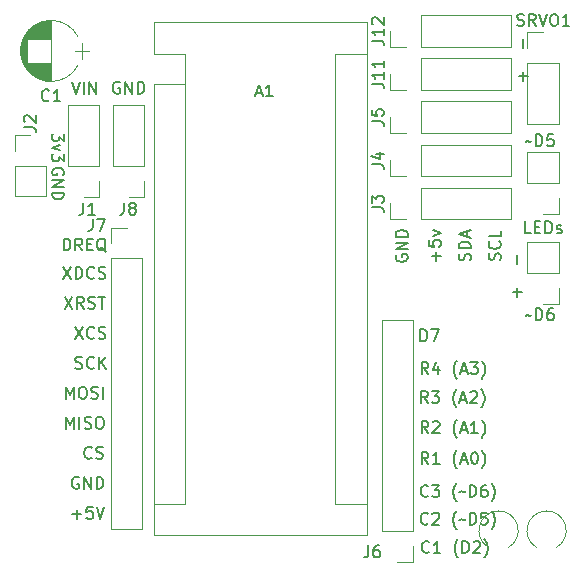
<source format=gbr>
%TF.GenerationSoftware,KiCad,Pcbnew,(5.0.1-3-g963ef8bb5)*%
%TF.CreationDate,2019-05-01T13:09:07-04:00*%
%TF.ProjectId,VHSBase,564853426173652E6B696361645F7063,rev?*%
%TF.SameCoordinates,Original*%
%TF.FileFunction,Legend,Top*%
%TF.FilePolarity,Positive*%
%FSLAX46Y46*%
G04 Gerber Fmt 4.6, Leading zero omitted, Abs format (unit mm)*
G04 Created by KiCad (PCBNEW (5.0.1-3-g963ef8bb5)) date Wednesday, May 01, 2019 at 01:09:07 pm*
%MOMM*%
%LPD*%
G01*
G04 APERTURE LIST*
%ADD10C,0.150000*%
%ADD11C,0.120000*%
G04 APERTURE END LIST*
D10*
X130851428Y-64721904D02*
X130851428Y-63960000D01*
X131232380Y-64340952D02*
X130470476Y-64340952D01*
X130851428Y-61960000D02*
X130851428Y-61198095D01*
X128898761Y-79898476D02*
X128946380Y-79755619D01*
X128946380Y-79517523D01*
X128898761Y-79422285D01*
X128851142Y-79374666D01*
X128755904Y-79327047D01*
X128660666Y-79327047D01*
X128565428Y-79374666D01*
X128517809Y-79422285D01*
X128470190Y-79517523D01*
X128422571Y-79708000D01*
X128374952Y-79803238D01*
X128327333Y-79850857D01*
X128232095Y-79898476D01*
X128136857Y-79898476D01*
X128041619Y-79850857D01*
X127994000Y-79803238D01*
X127946380Y-79708000D01*
X127946380Y-79469904D01*
X127994000Y-79327047D01*
X128851142Y-78327047D02*
X128898761Y-78374666D01*
X128946380Y-78517523D01*
X128946380Y-78612761D01*
X128898761Y-78755619D01*
X128803523Y-78850857D01*
X128708285Y-78898476D01*
X128517809Y-78946095D01*
X128374952Y-78946095D01*
X128184476Y-78898476D01*
X128089238Y-78850857D01*
X127994000Y-78755619D01*
X127946380Y-78612761D01*
X127946380Y-78517523D01*
X127994000Y-78374666D01*
X128041619Y-78327047D01*
X128946380Y-77422285D02*
X128946380Y-77898476D01*
X127946380Y-77898476D01*
X126358761Y-79922285D02*
X126406380Y-79779428D01*
X126406380Y-79541333D01*
X126358761Y-79446095D01*
X126311142Y-79398476D01*
X126215904Y-79350857D01*
X126120666Y-79350857D01*
X126025428Y-79398476D01*
X125977809Y-79446095D01*
X125930190Y-79541333D01*
X125882571Y-79731809D01*
X125834952Y-79827047D01*
X125787333Y-79874666D01*
X125692095Y-79922285D01*
X125596857Y-79922285D01*
X125501619Y-79874666D01*
X125454000Y-79827047D01*
X125406380Y-79731809D01*
X125406380Y-79493714D01*
X125454000Y-79350857D01*
X126406380Y-78922285D02*
X125406380Y-78922285D01*
X125406380Y-78684190D01*
X125454000Y-78541333D01*
X125549238Y-78446095D01*
X125644476Y-78398476D01*
X125834952Y-78350857D01*
X125977809Y-78350857D01*
X126168285Y-78398476D01*
X126263523Y-78446095D01*
X126358761Y-78541333D01*
X126406380Y-78684190D01*
X126406380Y-78922285D01*
X126120666Y-77969904D02*
X126120666Y-77493714D01*
X126406380Y-78065142D02*
X125406380Y-77731809D01*
X126406380Y-77398476D01*
X123485428Y-79946095D02*
X123485428Y-79184190D01*
X123866380Y-79565142D02*
X123104476Y-79565142D01*
X122866380Y-78231809D02*
X122866380Y-78708000D01*
X123342571Y-78755619D01*
X123294952Y-78708000D01*
X123247333Y-78612761D01*
X123247333Y-78374666D01*
X123294952Y-78279428D01*
X123342571Y-78231809D01*
X123437809Y-78184190D01*
X123675904Y-78184190D01*
X123771142Y-78231809D01*
X123818761Y-78279428D01*
X123866380Y-78374666D01*
X123866380Y-78612761D01*
X123818761Y-78708000D01*
X123771142Y-78755619D01*
X123199714Y-77850857D02*
X123866380Y-77612761D01*
X123199714Y-77374666D01*
X120120000Y-79469904D02*
X120072380Y-79565142D01*
X120072380Y-79708000D01*
X120120000Y-79850857D01*
X120215238Y-79946095D01*
X120310476Y-79993714D01*
X120500952Y-80041333D01*
X120643809Y-80041333D01*
X120834285Y-79993714D01*
X120929523Y-79946095D01*
X121024761Y-79850857D01*
X121072380Y-79708000D01*
X121072380Y-79612761D01*
X121024761Y-79469904D01*
X120977142Y-79422285D01*
X120643809Y-79422285D01*
X120643809Y-79612761D01*
X121072380Y-78993714D02*
X120072380Y-78993714D01*
X121072380Y-78422285D01*
X120072380Y-78422285D01*
X121072380Y-77946095D02*
X120072380Y-77946095D01*
X120072380Y-77708000D01*
X120120000Y-77565142D01*
X120215238Y-77469904D01*
X120310476Y-77422285D01*
X120500952Y-77374666D01*
X120643809Y-77374666D01*
X120834285Y-77422285D01*
X120929523Y-77469904D01*
X121024761Y-77565142D01*
X121072380Y-77708000D01*
X121072380Y-77946095D01*
X122167904Y-86780380D02*
X122167904Y-85780380D01*
X122406000Y-85780380D01*
X122548857Y-85828000D01*
X122644095Y-85923238D01*
X122691714Y-86018476D01*
X122739333Y-86208952D01*
X122739333Y-86351809D01*
X122691714Y-86542285D01*
X122644095Y-86637523D01*
X122548857Y-86732761D01*
X122406000Y-86780380D01*
X122167904Y-86780380D01*
X123072666Y-85780380D02*
X123739333Y-85780380D01*
X123310761Y-86780380D01*
X91922000Y-72670095D02*
X91969619Y-72574857D01*
X91969619Y-72432000D01*
X91922000Y-72289142D01*
X91826761Y-72193904D01*
X91731523Y-72146285D01*
X91541047Y-72098666D01*
X91398190Y-72098666D01*
X91207714Y-72146285D01*
X91112476Y-72193904D01*
X91017238Y-72289142D01*
X90969619Y-72432000D01*
X90969619Y-72527238D01*
X91017238Y-72670095D01*
X91064857Y-72717714D01*
X91398190Y-72717714D01*
X91398190Y-72527238D01*
X90969619Y-73146285D02*
X91969619Y-73146285D01*
X90969619Y-73717714D01*
X91969619Y-73717714D01*
X90969619Y-74193904D02*
X91969619Y-74193904D01*
X91969619Y-74432000D01*
X91922000Y-74574857D01*
X91826761Y-74670095D01*
X91731523Y-74717714D01*
X91541047Y-74765333D01*
X91398190Y-74765333D01*
X91207714Y-74717714D01*
X91112476Y-74670095D01*
X91017238Y-74574857D01*
X90969619Y-74432000D01*
X90969619Y-74193904D01*
X91969619Y-69193523D02*
X91969619Y-69812571D01*
X91588666Y-69479238D01*
X91588666Y-69622095D01*
X91541047Y-69717333D01*
X91493428Y-69764952D01*
X91398190Y-69812571D01*
X91160095Y-69812571D01*
X91064857Y-69764952D01*
X91017238Y-69717333D01*
X90969619Y-69622095D01*
X90969619Y-69336380D01*
X91017238Y-69241142D01*
X91064857Y-69193523D01*
X91636285Y-70145904D02*
X90969619Y-70384000D01*
X91636285Y-70622095D01*
X91969619Y-70907809D02*
X91969619Y-71526857D01*
X91588666Y-71193523D01*
X91588666Y-71336380D01*
X91541047Y-71431619D01*
X91493428Y-71479238D01*
X91398190Y-71526857D01*
X91160095Y-71526857D01*
X91064857Y-71479238D01*
X91017238Y-71431619D01*
X90969619Y-71336380D01*
X90969619Y-71050666D01*
X91017238Y-70955428D01*
X91064857Y-70907809D01*
X92694285Y-101417428D02*
X93456190Y-101417428D01*
X93075238Y-101798380D02*
X93075238Y-101036476D01*
X94408571Y-100798380D02*
X93932380Y-100798380D01*
X93884761Y-101274571D01*
X93932380Y-101226952D01*
X94027619Y-101179333D01*
X94265714Y-101179333D01*
X94360952Y-101226952D01*
X94408571Y-101274571D01*
X94456190Y-101369809D01*
X94456190Y-101607904D01*
X94408571Y-101703142D01*
X94360952Y-101750761D01*
X94265714Y-101798380D01*
X94027619Y-101798380D01*
X93932380Y-101750761D01*
X93884761Y-101703142D01*
X94741904Y-100798380D02*
X95075238Y-101798380D01*
X95408571Y-100798380D01*
X93218095Y-98306000D02*
X93122857Y-98258380D01*
X92980000Y-98258380D01*
X92837142Y-98306000D01*
X92741904Y-98401238D01*
X92694285Y-98496476D01*
X92646666Y-98686952D01*
X92646666Y-98829809D01*
X92694285Y-99020285D01*
X92741904Y-99115523D01*
X92837142Y-99210761D01*
X92980000Y-99258380D01*
X93075238Y-99258380D01*
X93218095Y-99210761D01*
X93265714Y-99163142D01*
X93265714Y-98829809D01*
X93075238Y-98829809D01*
X93694285Y-99258380D02*
X93694285Y-98258380D01*
X94265714Y-99258380D01*
X94265714Y-98258380D01*
X94741904Y-99258380D02*
X94741904Y-98258380D01*
X94980000Y-98258380D01*
X95122857Y-98306000D01*
X95218095Y-98401238D01*
X95265714Y-98496476D01*
X95313333Y-98686952D01*
X95313333Y-98829809D01*
X95265714Y-99020285D01*
X95218095Y-99115523D01*
X95122857Y-99210761D01*
X94980000Y-99258380D01*
X94741904Y-99258380D01*
X94321333Y-96623142D02*
X94273714Y-96670761D01*
X94130857Y-96718380D01*
X94035619Y-96718380D01*
X93892761Y-96670761D01*
X93797523Y-96575523D01*
X93749904Y-96480285D01*
X93702285Y-96289809D01*
X93702285Y-96146952D01*
X93749904Y-95956476D01*
X93797523Y-95861238D01*
X93892761Y-95766000D01*
X94035619Y-95718380D01*
X94130857Y-95718380D01*
X94273714Y-95766000D01*
X94321333Y-95813619D01*
X94702285Y-96670761D02*
X94845142Y-96718380D01*
X95083238Y-96718380D01*
X95178476Y-96670761D01*
X95226095Y-96623142D01*
X95273714Y-96527904D01*
X95273714Y-96432666D01*
X95226095Y-96337428D01*
X95178476Y-96289809D01*
X95083238Y-96242190D01*
X94892761Y-96194571D01*
X94797523Y-96146952D01*
X94749904Y-96099333D01*
X94702285Y-96004095D01*
X94702285Y-95908857D01*
X94749904Y-95813619D01*
X94797523Y-95766000D01*
X94892761Y-95718380D01*
X95130857Y-95718380D01*
X95273714Y-95766000D01*
X92154571Y-94178380D02*
X92154571Y-93178380D01*
X92487904Y-93892666D01*
X92821238Y-93178380D01*
X92821238Y-94178380D01*
X93297428Y-94178380D02*
X93297428Y-93178380D01*
X93726000Y-94130761D02*
X93868857Y-94178380D01*
X94106952Y-94178380D01*
X94202190Y-94130761D01*
X94249809Y-94083142D01*
X94297428Y-93987904D01*
X94297428Y-93892666D01*
X94249809Y-93797428D01*
X94202190Y-93749809D01*
X94106952Y-93702190D01*
X93916476Y-93654571D01*
X93821238Y-93606952D01*
X93773619Y-93559333D01*
X93726000Y-93464095D01*
X93726000Y-93368857D01*
X93773619Y-93273619D01*
X93821238Y-93226000D01*
X93916476Y-93178380D01*
X94154571Y-93178380D01*
X94297428Y-93226000D01*
X94916476Y-93178380D02*
X95106952Y-93178380D01*
X95202190Y-93226000D01*
X95297428Y-93321238D01*
X95345047Y-93511714D01*
X95345047Y-93845047D01*
X95297428Y-94035523D01*
X95202190Y-94130761D01*
X95106952Y-94178380D01*
X94916476Y-94178380D01*
X94821238Y-94130761D01*
X94726000Y-94035523D01*
X94678380Y-93845047D01*
X94678380Y-93511714D01*
X94726000Y-93321238D01*
X94821238Y-93226000D01*
X94916476Y-93178380D01*
X92154571Y-91638380D02*
X92154571Y-90638380D01*
X92487904Y-91352666D01*
X92821238Y-90638380D01*
X92821238Y-91638380D01*
X93487904Y-90638380D02*
X93678380Y-90638380D01*
X93773619Y-90686000D01*
X93868857Y-90781238D01*
X93916476Y-90971714D01*
X93916476Y-91305047D01*
X93868857Y-91495523D01*
X93773619Y-91590761D01*
X93678380Y-91638380D01*
X93487904Y-91638380D01*
X93392666Y-91590761D01*
X93297428Y-91495523D01*
X93249809Y-91305047D01*
X93249809Y-90971714D01*
X93297428Y-90781238D01*
X93392666Y-90686000D01*
X93487904Y-90638380D01*
X94297428Y-91590761D02*
X94440285Y-91638380D01*
X94678380Y-91638380D01*
X94773619Y-91590761D01*
X94821238Y-91543142D01*
X94868857Y-91447904D01*
X94868857Y-91352666D01*
X94821238Y-91257428D01*
X94773619Y-91209809D01*
X94678380Y-91162190D01*
X94487904Y-91114571D01*
X94392666Y-91066952D01*
X94345047Y-91019333D01*
X94297428Y-90924095D01*
X94297428Y-90828857D01*
X94345047Y-90733619D01*
X94392666Y-90686000D01*
X94487904Y-90638380D01*
X94726000Y-90638380D01*
X94868857Y-90686000D01*
X95297428Y-91638380D02*
X95297428Y-90638380D01*
X92948285Y-89050761D02*
X93091142Y-89098380D01*
X93329238Y-89098380D01*
X93424476Y-89050761D01*
X93472095Y-89003142D01*
X93519714Y-88907904D01*
X93519714Y-88812666D01*
X93472095Y-88717428D01*
X93424476Y-88669809D01*
X93329238Y-88622190D01*
X93138761Y-88574571D01*
X93043523Y-88526952D01*
X92995904Y-88479333D01*
X92948285Y-88384095D01*
X92948285Y-88288857D01*
X92995904Y-88193619D01*
X93043523Y-88146000D01*
X93138761Y-88098380D01*
X93376857Y-88098380D01*
X93519714Y-88146000D01*
X94519714Y-89003142D02*
X94472095Y-89050761D01*
X94329238Y-89098380D01*
X94234000Y-89098380D01*
X94091142Y-89050761D01*
X93995904Y-88955523D01*
X93948285Y-88860285D01*
X93900666Y-88669809D01*
X93900666Y-88526952D01*
X93948285Y-88336476D01*
X93995904Y-88241238D01*
X94091142Y-88146000D01*
X94234000Y-88098380D01*
X94329238Y-88098380D01*
X94472095Y-88146000D01*
X94519714Y-88193619D01*
X94948285Y-89098380D02*
X94948285Y-88098380D01*
X95519714Y-89098380D02*
X95091142Y-88526952D01*
X95519714Y-88098380D02*
X94948285Y-88669809D01*
X92924476Y-85558380D02*
X93591142Y-86558380D01*
X93591142Y-85558380D02*
X92924476Y-86558380D01*
X94543523Y-86463142D02*
X94495904Y-86510761D01*
X94353047Y-86558380D01*
X94257809Y-86558380D01*
X94114952Y-86510761D01*
X94019714Y-86415523D01*
X93972095Y-86320285D01*
X93924476Y-86129809D01*
X93924476Y-85986952D01*
X93972095Y-85796476D01*
X94019714Y-85701238D01*
X94114952Y-85606000D01*
X94257809Y-85558380D01*
X94353047Y-85558380D01*
X94495904Y-85606000D01*
X94543523Y-85653619D01*
X94924476Y-86510761D02*
X95067333Y-86558380D01*
X95305428Y-86558380D01*
X95400666Y-86510761D01*
X95448285Y-86463142D01*
X95495904Y-86367904D01*
X95495904Y-86272666D01*
X95448285Y-86177428D01*
X95400666Y-86129809D01*
X95305428Y-86082190D01*
X95114952Y-86034571D01*
X95019714Y-85986952D01*
X94972095Y-85939333D01*
X94924476Y-85844095D01*
X94924476Y-85748857D01*
X94972095Y-85653619D01*
X95019714Y-85606000D01*
X95114952Y-85558380D01*
X95353047Y-85558380D01*
X95495904Y-85606000D01*
X92035523Y-83018380D02*
X92702190Y-84018380D01*
X92702190Y-83018380D02*
X92035523Y-84018380D01*
X93654571Y-84018380D02*
X93321238Y-83542190D01*
X93083142Y-84018380D02*
X93083142Y-83018380D01*
X93464095Y-83018380D01*
X93559333Y-83066000D01*
X93606952Y-83113619D01*
X93654571Y-83208857D01*
X93654571Y-83351714D01*
X93606952Y-83446952D01*
X93559333Y-83494571D01*
X93464095Y-83542190D01*
X93083142Y-83542190D01*
X94035523Y-83970761D02*
X94178380Y-84018380D01*
X94416476Y-84018380D01*
X94511714Y-83970761D01*
X94559333Y-83923142D01*
X94606952Y-83827904D01*
X94606952Y-83732666D01*
X94559333Y-83637428D01*
X94511714Y-83589809D01*
X94416476Y-83542190D01*
X94226000Y-83494571D01*
X94130761Y-83446952D01*
X94083142Y-83399333D01*
X94035523Y-83304095D01*
X94035523Y-83208857D01*
X94083142Y-83113619D01*
X94130761Y-83066000D01*
X94226000Y-83018380D01*
X94464095Y-83018380D01*
X94606952Y-83066000D01*
X94892666Y-83018380D02*
X95464095Y-83018380D01*
X95178380Y-84018380D02*
X95178380Y-83018380D01*
X91916476Y-80478380D02*
X92583142Y-81478380D01*
X92583142Y-80478380D02*
X91916476Y-81478380D01*
X92964095Y-81478380D02*
X92964095Y-80478380D01*
X93202190Y-80478380D01*
X93345047Y-80526000D01*
X93440285Y-80621238D01*
X93487904Y-80716476D01*
X93535523Y-80906952D01*
X93535523Y-81049809D01*
X93487904Y-81240285D01*
X93440285Y-81335523D01*
X93345047Y-81430761D01*
X93202190Y-81478380D01*
X92964095Y-81478380D01*
X94535523Y-81383142D02*
X94487904Y-81430761D01*
X94345047Y-81478380D01*
X94249809Y-81478380D01*
X94106952Y-81430761D01*
X94011714Y-81335523D01*
X93964095Y-81240285D01*
X93916476Y-81049809D01*
X93916476Y-80906952D01*
X93964095Y-80716476D01*
X94011714Y-80621238D01*
X94106952Y-80526000D01*
X94249809Y-80478380D01*
X94345047Y-80478380D01*
X94487904Y-80526000D01*
X94535523Y-80573619D01*
X94916476Y-81430761D02*
X95059333Y-81478380D01*
X95297428Y-81478380D01*
X95392666Y-81430761D01*
X95440285Y-81383142D01*
X95487904Y-81287904D01*
X95487904Y-81192666D01*
X95440285Y-81097428D01*
X95392666Y-81049809D01*
X95297428Y-81002190D01*
X95106952Y-80954571D01*
X95011714Y-80906952D01*
X94964095Y-80859333D01*
X94916476Y-80764095D01*
X94916476Y-80668857D01*
X94964095Y-80573619D01*
X95011714Y-80526000D01*
X95106952Y-80478380D01*
X95345047Y-80478380D01*
X95487904Y-80526000D01*
X91957904Y-79084380D02*
X91957904Y-78084380D01*
X92196000Y-78084380D01*
X92338857Y-78132000D01*
X92434095Y-78227238D01*
X92481714Y-78322476D01*
X92529333Y-78512952D01*
X92529333Y-78655809D01*
X92481714Y-78846285D01*
X92434095Y-78941523D01*
X92338857Y-79036761D01*
X92196000Y-79084380D01*
X91957904Y-79084380D01*
X93529333Y-79084380D02*
X93196000Y-78608190D01*
X92957904Y-79084380D02*
X92957904Y-78084380D01*
X93338857Y-78084380D01*
X93434095Y-78132000D01*
X93481714Y-78179619D01*
X93529333Y-78274857D01*
X93529333Y-78417714D01*
X93481714Y-78512952D01*
X93434095Y-78560571D01*
X93338857Y-78608190D01*
X92957904Y-78608190D01*
X93957904Y-78560571D02*
X94291238Y-78560571D01*
X94434095Y-79084380D02*
X93957904Y-79084380D01*
X93957904Y-78084380D01*
X94434095Y-78084380D01*
X95529333Y-79179619D02*
X95434095Y-79132000D01*
X95338857Y-79036761D01*
X95196000Y-78893904D01*
X95100761Y-78846285D01*
X95005523Y-78846285D01*
X95053142Y-79084380D02*
X94957904Y-79036761D01*
X94862666Y-78941523D01*
X94815047Y-78751047D01*
X94815047Y-78417714D01*
X94862666Y-78227238D01*
X94957904Y-78132000D01*
X95053142Y-78084380D01*
X95243619Y-78084380D01*
X95338857Y-78132000D01*
X95434095Y-78227238D01*
X95481714Y-78417714D01*
X95481714Y-78751047D01*
X95434095Y-78941523D01*
X95338857Y-79036761D01*
X95243619Y-79084380D01*
X95053142Y-79084380D01*
X131065904Y-84621428D02*
X131113523Y-84573809D01*
X131208761Y-84526190D01*
X131399238Y-84621428D01*
X131494476Y-84573809D01*
X131542095Y-84526190D01*
X131923047Y-85002380D02*
X131923047Y-84002380D01*
X132161142Y-84002380D01*
X132304000Y-84050000D01*
X132399238Y-84145238D01*
X132446857Y-84240476D01*
X132494476Y-84430952D01*
X132494476Y-84573809D01*
X132446857Y-84764285D01*
X132399238Y-84859523D01*
X132304000Y-84954761D01*
X132161142Y-85002380D01*
X131923047Y-85002380D01*
X133351619Y-84002380D02*
X133161142Y-84002380D01*
X133065904Y-84050000D01*
X133018285Y-84097619D01*
X132923047Y-84240476D01*
X132875428Y-84430952D01*
X132875428Y-84811904D01*
X132923047Y-84907142D01*
X132970666Y-84954761D01*
X133065904Y-85002380D01*
X133256380Y-85002380D01*
X133351619Y-84954761D01*
X133399238Y-84907142D01*
X133446857Y-84811904D01*
X133446857Y-84573809D01*
X133399238Y-84478571D01*
X133351619Y-84430952D01*
X133256380Y-84383333D01*
X133065904Y-84383333D01*
X132970666Y-84430952D01*
X132923047Y-84478571D01*
X132875428Y-84573809D01*
X131065904Y-69889428D02*
X131113523Y-69841809D01*
X131208761Y-69794190D01*
X131399238Y-69889428D01*
X131494476Y-69841809D01*
X131542095Y-69794190D01*
X131923047Y-70270380D02*
X131923047Y-69270380D01*
X132161142Y-69270380D01*
X132304000Y-69318000D01*
X132399238Y-69413238D01*
X132446857Y-69508476D01*
X132494476Y-69698952D01*
X132494476Y-69841809D01*
X132446857Y-70032285D01*
X132399238Y-70127523D01*
X132304000Y-70222761D01*
X132161142Y-70270380D01*
X131923047Y-70270380D01*
X133399238Y-69270380D02*
X132923047Y-69270380D01*
X132875428Y-69746571D01*
X132923047Y-69698952D01*
X133018285Y-69651333D01*
X133256380Y-69651333D01*
X133351619Y-69698952D01*
X133399238Y-69746571D01*
X133446857Y-69841809D01*
X133446857Y-70079904D01*
X133399238Y-70175142D01*
X133351619Y-70222761D01*
X133256380Y-70270380D01*
X133018285Y-70270380D01*
X132923047Y-70222761D01*
X132875428Y-70175142D01*
X130343428Y-83009904D02*
X130343428Y-82248000D01*
X130724380Y-82628952D02*
X129962476Y-82628952D01*
X130343428Y-80248000D02*
X130343428Y-79486095D01*
X131510380Y-77636380D02*
X131034190Y-77636380D01*
X131034190Y-76636380D01*
X131843714Y-77112571D02*
X132177047Y-77112571D01*
X132319904Y-77636380D02*
X131843714Y-77636380D01*
X131843714Y-76636380D01*
X132319904Y-76636380D01*
X132748476Y-77636380D02*
X132748476Y-76636380D01*
X132986571Y-76636380D01*
X133129428Y-76684000D01*
X133224666Y-76779238D01*
X133272285Y-76874476D01*
X133319904Y-77064952D01*
X133319904Y-77207809D01*
X133272285Y-77398285D01*
X133224666Y-77493523D01*
X133129428Y-77588761D01*
X132986571Y-77636380D01*
X132748476Y-77636380D01*
X133700857Y-77588761D02*
X133796095Y-77636380D01*
X133986571Y-77636380D01*
X134081809Y-77588761D01*
X134129428Y-77493523D01*
X134129428Y-77445904D01*
X134081809Y-77350666D01*
X133986571Y-77303047D01*
X133843714Y-77303047D01*
X133748476Y-77255428D01*
X133700857Y-77160190D01*
X133700857Y-77112571D01*
X133748476Y-77017333D01*
X133843714Y-76969714D01*
X133986571Y-76969714D01*
X134081809Y-77017333D01*
X122830952Y-89552380D02*
X122497619Y-89076190D01*
X122259523Y-89552380D02*
X122259523Y-88552380D01*
X122640476Y-88552380D01*
X122735714Y-88600000D01*
X122783333Y-88647619D01*
X122830952Y-88742857D01*
X122830952Y-88885714D01*
X122783333Y-88980952D01*
X122735714Y-89028571D01*
X122640476Y-89076190D01*
X122259523Y-89076190D01*
X123688095Y-88885714D02*
X123688095Y-89552380D01*
X123450000Y-88504761D02*
X123211904Y-89219047D01*
X123830952Y-89219047D01*
X125259523Y-89933333D02*
X125211904Y-89885714D01*
X125116666Y-89742857D01*
X125069047Y-89647619D01*
X125021428Y-89504761D01*
X124973809Y-89266666D01*
X124973809Y-89076190D01*
X125021428Y-88838095D01*
X125069047Y-88695238D01*
X125116666Y-88600000D01*
X125211904Y-88457142D01*
X125259523Y-88409523D01*
X125592857Y-89266666D02*
X126069047Y-89266666D01*
X125497619Y-89552380D02*
X125830952Y-88552380D01*
X126164285Y-89552380D01*
X126402380Y-88552380D02*
X127021428Y-88552380D01*
X126688095Y-88933333D01*
X126830952Y-88933333D01*
X126926190Y-88980952D01*
X126973809Y-89028571D01*
X127021428Y-89123809D01*
X127021428Y-89361904D01*
X126973809Y-89457142D01*
X126926190Y-89504761D01*
X126830952Y-89552380D01*
X126545238Y-89552380D01*
X126450000Y-89504761D01*
X126402380Y-89457142D01*
X127354761Y-89933333D02*
X127402380Y-89885714D01*
X127497619Y-89742857D01*
X127545238Y-89647619D01*
X127592857Y-89504761D01*
X127640476Y-89266666D01*
X127640476Y-89076190D01*
X127592857Y-88838095D01*
X127545238Y-88695238D01*
X127497619Y-88600000D01*
X127402380Y-88457142D01*
X127354761Y-88409523D01*
X122780952Y-92002380D02*
X122447619Y-91526190D01*
X122209523Y-92002380D02*
X122209523Y-91002380D01*
X122590476Y-91002380D01*
X122685714Y-91050000D01*
X122733333Y-91097619D01*
X122780952Y-91192857D01*
X122780952Y-91335714D01*
X122733333Y-91430952D01*
X122685714Y-91478571D01*
X122590476Y-91526190D01*
X122209523Y-91526190D01*
X123114285Y-91002380D02*
X123733333Y-91002380D01*
X123400000Y-91383333D01*
X123542857Y-91383333D01*
X123638095Y-91430952D01*
X123685714Y-91478571D01*
X123733333Y-91573809D01*
X123733333Y-91811904D01*
X123685714Y-91907142D01*
X123638095Y-91954761D01*
X123542857Y-92002380D01*
X123257142Y-92002380D01*
X123161904Y-91954761D01*
X123114285Y-91907142D01*
X125209523Y-92383333D02*
X125161904Y-92335714D01*
X125066666Y-92192857D01*
X125019047Y-92097619D01*
X124971428Y-91954761D01*
X124923809Y-91716666D01*
X124923809Y-91526190D01*
X124971428Y-91288095D01*
X125019047Y-91145238D01*
X125066666Y-91050000D01*
X125161904Y-90907142D01*
X125209523Y-90859523D01*
X125542857Y-91716666D02*
X126019047Y-91716666D01*
X125447619Y-92002380D02*
X125780952Y-91002380D01*
X126114285Y-92002380D01*
X126400000Y-91097619D02*
X126447619Y-91050000D01*
X126542857Y-91002380D01*
X126780952Y-91002380D01*
X126876190Y-91050000D01*
X126923809Y-91097619D01*
X126971428Y-91192857D01*
X126971428Y-91288095D01*
X126923809Y-91430952D01*
X126352380Y-92002380D01*
X126971428Y-92002380D01*
X127304761Y-92383333D02*
X127352380Y-92335714D01*
X127447619Y-92192857D01*
X127495238Y-92097619D01*
X127542857Y-91954761D01*
X127590476Y-91716666D01*
X127590476Y-91526190D01*
X127542857Y-91288095D01*
X127495238Y-91145238D01*
X127447619Y-91050000D01*
X127352380Y-90907142D01*
X127304761Y-90859523D01*
X122830952Y-94552380D02*
X122497619Y-94076190D01*
X122259523Y-94552380D02*
X122259523Y-93552380D01*
X122640476Y-93552380D01*
X122735714Y-93600000D01*
X122783333Y-93647619D01*
X122830952Y-93742857D01*
X122830952Y-93885714D01*
X122783333Y-93980952D01*
X122735714Y-94028571D01*
X122640476Y-94076190D01*
X122259523Y-94076190D01*
X123211904Y-93647619D02*
X123259523Y-93600000D01*
X123354761Y-93552380D01*
X123592857Y-93552380D01*
X123688095Y-93600000D01*
X123735714Y-93647619D01*
X123783333Y-93742857D01*
X123783333Y-93838095D01*
X123735714Y-93980952D01*
X123164285Y-94552380D01*
X123783333Y-94552380D01*
X125259523Y-94933333D02*
X125211904Y-94885714D01*
X125116666Y-94742857D01*
X125069047Y-94647619D01*
X125021428Y-94504761D01*
X124973809Y-94266666D01*
X124973809Y-94076190D01*
X125021428Y-93838095D01*
X125069047Y-93695238D01*
X125116666Y-93600000D01*
X125211904Y-93457142D01*
X125259523Y-93409523D01*
X125592857Y-94266666D02*
X126069047Y-94266666D01*
X125497619Y-94552380D02*
X125830952Y-93552380D01*
X126164285Y-94552380D01*
X127021428Y-94552380D02*
X126450000Y-94552380D01*
X126735714Y-94552380D02*
X126735714Y-93552380D01*
X126640476Y-93695238D01*
X126545238Y-93790476D01*
X126450000Y-93838095D01*
X127354761Y-94933333D02*
X127402380Y-94885714D01*
X127497619Y-94742857D01*
X127545238Y-94647619D01*
X127592857Y-94504761D01*
X127640476Y-94266666D01*
X127640476Y-94076190D01*
X127592857Y-93838095D01*
X127545238Y-93695238D01*
X127497619Y-93600000D01*
X127402380Y-93457142D01*
X127354761Y-93409523D01*
X122830952Y-97152380D02*
X122497619Y-96676190D01*
X122259523Y-97152380D02*
X122259523Y-96152380D01*
X122640476Y-96152380D01*
X122735714Y-96200000D01*
X122783333Y-96247619D01*
X122830952Y-96342857D01*
X122830952Y-96485714D01*
X122783333Y-96580952D01*
X122735714Y-96628571D01*
X122640476Y-96676190D01*
X122259523Y-96676190D01*
X123783333Y-97152380D02*
X123211904Y-97152380D01*
X123497619Y-97152380D02*
X123497619Y-96152380D01*
X123402380Y-96295238D01*
X123307142Y-96390476D01*
X123211904Y-96438095D01*
X125259523Y-97533333D02*
X125211904Y-97485714D01*
X125116666Y-97342857D01*
X125069047Y-97247619D01*
X125021428Y-97104761D01*
X124973809Y-96866666D01*
X124973809Y-96676190D01*
X125021428Y-96438095D01*
X125069047Y-96295238D01*
X125116666Y-96200000D01*
X125211904Y-96057142D01*
X125259523Y-96009523D01*
X125592857Y-96866666D02*
X126069047Y-96866666D01*
X125497619Y-97152380D02*
X125830952Y-96152380D01*
X126164285Y-97152380D01*
X126688095Y-96152380D02*
X126783333Y-96152380D01*
X126878571Y-96200000D01*
X126926190Y-96247619D01*
X126973809Y-96342857D01*
X127021428Y-96533333D01*
X127021428Y-96771428D01*
X126973809Y-96961904D01*
X126926190Y-97057142D01*
X126878571Y-97104761D01*
X126783333Y-97152380D01*
X126688095Y-97152380D01*
X126592857Y-97104761D01*
X126545238Y-97057142D01*
X126497619Y-96961904D01*
X126450000Y-96771428D01*
X126450000Y-96533333D01*
X126497619Y-96342857D01*
X126545238Y-96247619D01*
X126592857Y-96200000D01*
X126688095Y-96152380D01*
X127354761Y-97533333D02*
X127402380Y-97485714D01*
X127497619Y-97342857D01*
X127545238Y-97247619D01*
X127592857Y-97104761D01*
X127640476Y-96866666D01*
X127640476Y-96676190D01*
X127592857Y-96438095D01*
X127545238Y-96295238D01*
X127497619Y-96200000D01*
X127402380Y-96057142D01*
X127354761Y-96009523D01*
X122802380Y-99857142D02*
X122754761Y-99904761D01*
X122611904Y-99952380D01*
X122516666Y-99952380D01*
X122373809Y-99904761D01*
X122278571Y-99809523D01*
X122230952Y-99714285D01*
X122183333Y-99523809D01*
X122183333Y-99380952D01*
X122230952Y-99190476D01*
X122278571Y-99095238D01*
X122373809Y-99000000D01*
X122516666Y-98952380D01*
X122611904Y-98952380D01*
X122754761Y-99000000D01*
X122802380Y-99047619D01*
X123135714Y-98952380D02*
X123754761Y-98952380D01*
X123421428Y-99333333D01*
X123564285Y-99333333D01*
X123659523Y-99380952D01*
X123707142Y-99428571D01*
X123754761Y-99523809D01*
X123754761Y-99761904D01*
X123707142Y-99857142D01*
X123659523Y-99904761D01*
X123564285Y-99952380D01*
X123278571Y-99952380D01*
X123183333Y-99904761D01*
X123135714Y-99857142D01*
X125230952Y-100333333D02*
X125183333Y-100285714D01*
X125088095Y-100142857D01*
X125040476Y-100047619D01*
X124992857Y-99904761D01*
X124945238Y-99666666D01*
X124945238Y-99476190D01*
X124992857Y-99238095D01*
X125040476Y-99095238D01*
X125088095Y-99000000D01*
X125183333Y-98857142D01*
X125230952Y-98809523D01*
X125469047Y-99571428D02*
X125516666Y-99523809D01*
X125611904Y-99476190D01*
X125802380Y-99571428D01*
X125897619Y-99523809D01*
X125945238Y-99476190D01*
X126326190Y-99952380D02*
X126326190Y-98952380D01*
X126564285Y-98952380D01*
X126707142Y-99000000D01*
X126802380Y-99095238D01*
X126850000Y-99190476D01*
X126897619Y-99380952D01*
X126897619Y-99523809D01*
X126850000Y-99714285D01*
X126802380Y-99809523D01*
X126707142Y-99904761D01*
X126564285Y-99952380D01*
X126326190Y-99952380D01*
X127754761Y-98952380D02*
X127564285Y-98952380D01*
X127469047Y-99000000D01*
X127421428Y-99047619D01*
X127326190Y-99190476D01*
X127278571Y-99380952D01*
X127278571Y-99761904D01*
X127326190Y-99857142D01*
X127373809Y-99904761D01*
X127469047Y-99952380D01*
X127659523Y-99952380D01*
X127754761Y-99904761D01*
X127802380Y-99857142D01*
X127850000Y-99761904D01*
X127850000Y-99523809D01*
X127802380Y-99428571D01*
X127754761Y-99380952D01*
X127659523Y-99333333D01*
X127469047Y-99333333D01*
X127373809Y-99380952D01*
X127326190Y-99428571D01*
X127278571Y-99523809D01*
X128183333Y-100333333D02*
X128230952Y-100285714D01*
X128326190Y-100142857D01*
X128373809Y-100047619D01*
X128421428Y-99904761D01*
X128469047Y-99666666D01*
X128469047Y-99476190D01*
X128421428Y-99238095D01*
X128373809Y-99095238D01*
X128326190Y-99000000D01*
X128230952Y-98857142D01*
X128183333Y-98809523D01*
X122802380Y-102207142D02*
X122754761Y-102254761D01*
X122611904Y-102302380D01*
X122516666Y-102302380D01*
X122373809Y-102254761D01*
X122278571Y-102159523D01*
X122230952Y-102064285D01*
X122183333Y-101873809D01*
X122183333Y-101730952D01*
X122230952Y-101540476D01*
X122278571Y-101445238D01*
X122373809Y-101350000D01*
X122516666Y-101302380D01*
X122611904Y-101302380D01*
X122754761Y-101350000D01*
X122802380Y-101397619D01*
X123183333Y-101397619D02*
X123230952Y-101350000D01*
X123326190Y-101302380D01*
X123564285Y-101302380D01*
X123659523Y-101350000D01*
X123707142Y-101397619D01*
X123754761Y-101492857D01*
X123754761Y-101588095D01*
X123707142Y-101730952D01*
X123135714Y-102302380D01*
X123754761Y-102302380D01*
X125230952Y-102683333D02*
X125183333Y-102635714D01*
X125088095Y-102492857D01*
X125040476Y-102397619D01*
X124992857Y-102254761D01*
X124945238Y-102016666D01*
X124945238Y-101826190D01*
X124992857Y-101588095D01*
X125040476Y-101445238D01*
X125088095Y-101350000D01*
X125183333Y-101207142D01*
X125230952Y-101159523D01*
X125469047Y-101921428D02*
X125516666Y-101873809D01*
X125611904Y-101826190D01*
X125802380Y-101921428D01*
X125897619Y-101873809D01*
X125945238Y-101826190D01*
X126326190Y-102302380D02*
X126326190Y-101302380D01*
X126564285Y-101302380D01*
X126707142Y-101350000D01*
X126802380Y-101445238D01*
X126850000Y-101540476D01*
X126897619Y-101730952D01*
X126897619Y-101873809D01*
X126850000Y-102064285D01*
X126802380Y-102159523D01*
X126707142Y-102254761D01*
X126564285Y-102302380D01*
X126326190Y-102302380D01*
X127802380Y-101302380D02*
X127326190Y-101302380D01*
X127278571Y-101778571D01*
X127326190Y-101730952D01*
X127421428Y-101683333D01*
X127659523Y-101683333D01*
X127754761Y-101730952D01*
X127802380Y-101778571D01*
X127850000Y-101873809D01*
X127850000Y-102111904D01*
X127802380Y-102207142D01*
X127754761Y-102254761D01*
X127659523Y-102302380D01*
X127421428Y-102302380D01*
X127326190Y-102254761D01*
X127278571Y-102207142D01*
X128183333Y-102683333D02*
X128230952Y-102635714D01*
X128326190Y-102492857D01*
X128373809Y-102397619D01*
X128421428Y-102254761D01*
X128469047Y-102016666D01*
X128469047Y-101826190D01*
X128421428Y-101588095D01*
X128373809Y-101445238D01*
X128326190Y-101350000D01*
X128230952Y-101207142D01*
X128183333Y-101159523D01*
X122909523Y-104607142D02*
X122861904Y-104654761D01*
X122719047Y-104702380D01*
X122623809Y-104702380D01*
X122480952Y-104654761D01*
X122385714Y-104559523D01*
X122338095Y-104464285D01*
X122290476Y-104273809D01*
X122290476Y-104130952D01*
X122338095Y-103940476D01*
X122385714Y-103845238D01*
X122480952Y-103750000D01*
X122623809Y-103702380D01*
X122719047Y-103702380D01*
X122861904Y-103750000D01*
X122909523Y-103797619D01*
X123861904Y-104702380D02*
X123290476Y-104702380D01*
X123576190Y-104702380D02*
X123576190Y-103702380D01*
X123480952Y-103845238D01*
X123385714Y-103940476D01*
X123290476Y-103988095D01*
X125338095Y-105083333D02*
X125290476Y-105035714D01*
X125195238Y-104892857D01*
X125147619Y-104797619D01*
X125100000Y-104654761D01*
X125052380Y-104416666D01*
X125052380Y-104226190D01*
X125100000Y-103988095D01*
X125147619Y-103845238D01*
X125195238Y-103750000D01*
X125290476Y-103607142D01*
X125338095Y-103559523D01*
X125719047Y-104702380D02*
X125719047Y-103702380D01*
X125957142Y-103702380D01*
X126100000Y-103750000D01*
X126195238Y-103845238D01*
X126242857Y-103940476D01*
X126290476Y-104130952D01*
X126290476Y-104273809D01*
X126242857Y-104464285D01*
X126195238Y-104559523D01*
X126100000Y-104654761D01*
X125957142Y-104702380D01*
X125719047Y-104702380D01*
X126671428Y-103797619D02*
X126719047Y-103750000D01*
X126814285Y-103702380D01*
X127052380Y-103702380D01*
X127147619Y-103750000D01*
X127195238Y-103797619D01*
X127242857Y-103892857D01*
X127242857Y-103988095D01*
X127195238Y-104130952D01*
X126623809Y-104702380D01*
X127242857Y-104702380D01*
X127576190Y-105083333D02*
X127623809Y-105035714D01*
X127719047Y-104892857D01*
X127766666Y-104797619D01*
X127814285Y-104654761D01*
X127861904Y-104416666D01*
X127861904Y-104226190D01*
X127814285Y-103988095D01*
X127766666Y-103845238D01*
X127719047Y-103750000D01*
X127623809Y-103607142D01*
X127576190Y-103559523D01*
X96688095Y-64850000D02*
X96592857Y-64802380D01*
X96450000Y-64802380D01*
X96307142Y-64850000D01*
X96211904Y-64945238D01*
X96164285Y-65040476D01*
X96116666Y-65230952D01*
X96116666Y-65373809D01*
X96164285Y-65564285D01*
X96211904Y-65659523D01*
X96307142Y-65754761D01*
X96450000Y-65802380D01*
X96545238Y-65802380D01*
X96688095Y-65754761D01*
X96735714Y-65707142D01*
X96735714Y-65373809D01*
X96545238Y-65373809D01*
X97164285Y-65802380D02*
X97164285Y-64802380D01*
X97735714Y-65802380D01*
X97735714Y-64802380D01*
X98211904Y-65802380D02*
X98211904Y-64802380D01*
X98450000Y-64802380D01*
X98592857Y-64850000D01*
X98688095Y-64945238D01*
X98735714Y-65040476D01*
X98783333Y-65230952D01*
X98783333Y-65373809D01*
X98735714Y-65564285D01*
X98688095Y-65659523D01*
X98592857Y-65754761D01*
X98450000Y-65802380D01*
X98211904Y-65802380D01*
X92654761Y-64852380D02*
X92988095Y-65852380D01*
X93321428Y-64852380D01*
X93654761Y-65852380D02*
X93654761Y-64852380D01*
X94130952Y-65852380D02*
X94130952Y-64852380D01*
X94702380Y-65852380D01*
X94702380Y-64852380D01*
D11*
X117615000Y-59755000D02*
X99575000Y-59755000D01*
X117615000Y-103195000D02*
X117615000Y-59755000D01*
X99575000Y-103195000D02*
X117615000Y-103195000D01*
X102245000Y-100525000D02*
X99575000Y-100525000D01*
X102245000Y-64965000D02*
X102245000Y-100525000D01*
X102245000Y-64965000D02*
X99575000Y-64965000D01*
X114945000Y-100525000D02*
X117615000Y-100525000D01*
X114945000Y-62425000D02*
X114945000Y-100525000D01*
X114945000Y-62425000D02*
X117615000Y-62425000D01*
X99575000Y-59755000D02*
X99575000Y-62425000D01*
X99575000Y-64965000D02*
X99575000Y-103195000D01*
X102245000Y-62425000D02*
X99575000Y-62425000D01*
X102245000Y-64965000D02*
X102245000Y-62425000D01*
X95952000Y-77156000D02*
X97282000Y-77156000D01*
X95952000Y-78486000D02*
X95952000Y-77156000D01*
X95952000Y-79756000D02*
X98612000Y-79756000D01*
X98612000Y-79756000D02*
X98612000Y-102676000D01*
X95952000Y-79756000D02*
X95952000Y-102676000D01*
X95952000Y-102676000D02*
X98612000Y-102676000D01*
X94976000Y-74526000D02*
X93646000Y-74526000D01*
X94976000Y-73196000D02*
X94976000Y-74526000D01*
X94976000Y-71926000D02*
X92316000Y-71926000D01*
X92316000Y-71926000D02*
X92316000Y-66786000D01*
X94976000Y-71926000D02*
X94976000Y-66786000D01*
X94976000Y-66786000D02*
X92316000Y-66786000D01*
X98786000Y-74526000D02*
X97456000Y-74526000D01*
X98786000Y-73196000D02*
X98786000Y-74526000D01*
X98786000Y-71926000D02*
X96126000Y-71926000D01*
X96126000Y-71926000D02*
X96126000Y-66786000D01*
X98786000Y-71926000D02*
X98786000Y-66786000D01*
X98786000Y-66786000D02*
X96126000Y-66786000D01*
X133888000Y-75974000D02*
X132558000Y-75974000D01*
X133888000Y-74644000D02*
X133888000Y-75974000D01*
X133888000Y-73374000D02*
X131228000Y-73374000D01*
X131228000Y-73374000D02*
X131228000Y-70774000D01*
X133888000Y-73374000D02*
X133888000Y-70774000D01*
X133888000Y-70774000D02*
X131228000Y-70774000D01*
X133888000Y-78394000D02*
X131228000Y-78394000D01*
X133888000Y-80994000D02*
X133888000Y-78394000D01*
X131228000Y-80994000D02*
X131228000Y-78394000D01*
X133888000Y-80994000D02*
X131228000Y-80994000D01*
X133888000Y-82264000D02*
X133888000Y-83594000D01*
X133888000Y-83594000D02*
X132558000Y-83594000D01*
X132044578Y-104262828D02*
G75*
G02X133644000Y-104262510I799422J1454828D01*
G01*
X127980578Y-104262828D02*
G75*
G02X129580000Y-104262510I799422J1454828D01*
G01*
X87806000Y-69308000D02*
X89136000Y-69308000D01*
X87806000Y-70638000D02*
X87806000Y-69308000D01*
X87806000Y-71908000D02*
X90466000Y-71908000D01*
X90466000Y-71908000D02*
X90466000Y-74508000D01*
X87806000Y-71908000D02*
X87806000Y-74508000D01*
X87806000Y-74508000D02*
X90466000Y-74508000D01*
X93486000Y-62848000D02*
X93486000Y-61548000D01*
X94086000Y-62198000D02*
X92886000Y-62198000D01*
X88325000Y-62552000D02*
X88325000Y-61844000D01*
X88365000Y-62757000D02*
X88365000Y-61639000D01*
X88405000Y-62905000D02*
X88405000Y-61491000D01*
X88445000Y-63027000D02*
X88445000Y-61369000D01*
X88485000Y-63132000D02*
X88485000Y-61264000D01*
X88525000Y-63226000D02*
X88525000Y-61170000D01*
X88565000Y-63310000D02*
X88565000Y-61086000D01*
X88605000Y-63387000D02*
X88605000Y-61009000D01*
X88645000Y-63459000D02*
X88645000Y-60937000D01*
X88685000Y-63525000D02*
X88685000Y-60871000D01*
X88725000Y-63588000D02*
X88725000Y-60808000D01*
X88765000Y-63646000D02*
X88765000Y-60750000D01*
X88805000Y-63702000D02*
X88805000Y-60694000D01*
X88845000Y-63754000D02*
X88845000Y-60642000D01*
X88885000Y-63804000D02*
X88885000Y-60592000D01*
X88925000Y-61218000D02*
X88925000Y-60544000D01*
X88925000Y-63852000D02*
X88925000Y-63178000D01*
X88965000Y-61218000D02*
X88965000Y-60499000D01*
X88965000Y-63897000D02*
X88965000Y-63178000D01*
X89005000Y-61218000D02*
X89005000Y-60456000D01*
X89005000Y-63940000D02*
X89005000Y-63178000D01*
X89045000Y-61218000D02*
X89045000Y-60415000D01*
X89045000Y-63981000D02*
X89045000Y-63178000D01*
X89085000Y-61218000D02*
X89085000Y-60375000D01*
X89085000Y-64021000D02*
X89085000Y-63178000D01*
X89125000Y-61218000D02*
X89125000Y-60337000D01*
X89125000Y-64059000D02*
X89125000Y-63178000D01*
X89165000Y-61218000D02*
X89165000Y-60301000D01*
X89165000Y-64095000D02*
X89165000Y-63178000D01*
X89205000Y-61218000D02*
X89205000Y-60266000D01*
X89205000Y-64130000D02*
X89205000Y-63178000D01*
X89245000Y-61218000D02*
X89245000Y-60233000D01*
X89245000Y-64163000D02*
X89245000Y-63178000D01*
X89285000Y-61218000D02*
X89285000Y-60201000D01*
X89285000Y-64195000D02*
X89285000Y-63178000D01*
X89325000Y-61218000D02*
X89325000Y-60170000D01*
X89325000Y-64226000D02*
X89325000Y-63178000D01*
X89365000Y-61218000D02*
X89365000Y-60140000D01*
X89365000Y-64256000D02*
X89365000Y-63178000D01*
X89405000Y-61218000D02*
X89405000Y-60112000D01*
X89405000Y-64284000D02*
X89405000Y-63178000D01*
X89445000Y-61218000D02*
X89445000Y-60085000D01*
X89445000Y-64311000D02*
X89445000Y-63178000D01*
X89485000Y-61218000D02*
X89485000Y-60058000D01*
X89485000Y-64338000D02*
X89485000Y-63178000D01*
X89525000Y-61218000D02*
X89525000Y-60033000D01*
X89525000Y-64363000D02*
X89525000Y-63178000D01*
X89565000Y-61218000D02*
X89565000Y-60009000D01*
X89565000Y-64387000D02*
X89565000Y-63178000D01*
X89605000Y-61218000D02*
X89605000Y-59986000D01*
X89605000Y-64410000D02*
X89605000Y-63178000D01*
X89645000Y-61218000D02*
X89645000Y-59964000D01*
X89645000Y-64432000D02*
X89645000Y-63178000D01*
X89685000Y-61218000D02*
X89685000Y-59942000D01*
X89685000Y-64454000D02*
X89685000Y-63178000D01*
X89725000Y-61218000D02*
X89725000Y-59922000D01*
X89725000Y-64474000D02*
X89725000Y-63178000D01*
X89765000Y-61218000D02*
X89765000Y-59902000D01*
X89765000Y-64494000D02*
X89765000Y-63178000D01*
X89805000Y-61218000D02*
X89805000Y-59883000D01*
X89805000Y-64513000D02*
X89805000Y-63178000D01*
X89845000Y-61218000D02*
X89845000Y-59865000D01*
X89845000Y-64531000D02*
X89845000Y-63178000D01*
X89885000Y-61218000D02*
X89885000Y-59848000D01*
X89885000Y-64548000D02*
X89885000Y-63178000D01*
X89925000Y-61218000D02*
X89925000Y-59832000D01*
X89925000Y-64564000D02*
X89925000Y-63178000D01*
X89965000Y-61218000D02*
X89965000Y-59816000D01*
X89965000Y-64580000D02*
X89965000Y-63178000D01*
X90005000Y-61218000D02*
X90005000Y-59802000D01*
X90005000Y-64594000D02*
X90005000Y-63178000D01*
X90045000Y-61218000D02*
X90045000Y-59788000D01*
X90045000Y-64608000D02*
X90045000Y-63178000D01*
X90085000Y-61218000D02*
X90085000Y-59774000D01*
X90085000Y-64622000D02*
X90085000Y-63178000D01*
X90125000Y-61218000D02*
X90125000Y-59762000D01*
X90125000Y-64634000D02*
X90125000Y-63178000D01*
X90165000Y-61218000D02*
X90165000Y-59750000D01*
X90165000Y-64646000D02*
X90165000Y-63178000D01*
X90206000Y-61218000D02*
X90206000Y-59738000D01*
X90206000Y-64658000D02*
X90206000Y-63178000D01*
X90246000Y-61218000D02*
X90246000Y-59728000D01*
X90246000Y-64668000D02*
X90246000Y-63178000D01*
X90286000Y-61218000D02*
X90286000Y-59718000D01*
X90286000Y-64678000D02*
X90286000Y-63178000D01*
X90326000Y-61218000D02*
X90326000Y-59709000D01*
X90326000Y-64687000D02*
X90326000Y-63178000D01*
X90366000Y-61218000D02*
X90366000Y-59700000D01*
X90366000Y-64696000D02*
X90366000Y-63178000D01*
X90406000Y-61218000D02*
X90406000Y-59692000D01*
X90406000Y-64704000D02*
X90406000Y-63178000D01*
X90446000Y-61218000D02*
X90446000Y-59685000D01*
X90446000Y-64711000D02*
X90446000Y-63178000D01*
X90486000Y-61218000D02*
X90486000Y-59679000D01*
X90486000Y-64717000D02*
X90486000Y-63178000D01*
X90526000Y-61218000D02*
X90526000Y-59673000D01*
X90526000Y-64723000D02*
X90526000Y-63178000D01*
X90566000Y-61218000D02*
X90566000Y-59667000D01*
X90566000Y-64729000D02*
X90566000Y-63178000D01*
X90606000Y-61218000D02*
X90606000Y-59663000D01*
X90606000Y-64733000D02*
X90606000Y-63178000D01*
X90646000Y-61218000D02*
X90646000Y-59659000D01*
X90646000Y-64737000D02*
X90646000Y-63178000D01*
X90686000Y-61218000D02*
X90686000Y-59655000D01*
X90686000Y-64741000D02*
X90686000Y-63178000D01*
X90726000Y-61218000D02*
X90726000Y-59652000D01*
X90726000Y-64744000D02*
X90726000Y-63178000D01*
X90766000Y-61218000D02*
X90766000Y-59650000D01*
X90766000Y-64746000D02*
X90766000Y-63178000D01*
X90806000Y-61218000D02*
X90806000Y-59649000D01*
X90806000Y-64747000D02*
X90806000Y-63178000D01*
X90846000Y-61218000D02*
X90846000Y-59648000D01*
X90846000Y-64748000D02*
X90846000Y-63178000D01*
X90886000Y-64748000D02*
X90886000Y-59648000D01*
X88580278Y-61018277D02*
G75*
G03X88580420Y-63378000I2305722J-1179723D01*
G01*
X88580278Y-61018277D02*
G75*
G02X93191580Y-61018000I2305722J-1179723D01*
G01*
X88580278Y-63377723D02*
G75*
G03X93191580Y-63378000I2305722J1179723D01*
G01*
X119591000Y-76435000D02*
X119591000Y-75105000D01*
X120921000Y-76435000D02*
X119591000Y-76435000D01*
X122191000Y-76435000D02*
X122191000Y-73775000D01*
X122191000Y-73775000D02*
X129871000Y-73775000D01*
X122191000Y-76435000D02*
X129871000Y-76435000D01*
X129871000Y-76435000D02*
X129871000Y-73775000D01*
X119591000Y-72785000D02*
X119591000Y-71455000D01*
X120921000Y-72785000D02*
X119591000Y-72785000D01*
X122191000Y-72785000D02*
X122191000Y-70125000D01*
X122191000Y-70125000D02*
X129871000Y-70125000D01*
X122191000Y-72785000D02*
X129871000Y-72785000D01*
X129871000Y-72785000D02*
X129871000Y-70125000D01*
X129871000Y-69135000D02*
X129871000Y-66475000D01*
X122191000Y-69135000D02*
X129871000Y-69135000D01*
X122191000Y-66475000D02*
X129871000Y-66475000D01*
X122191000Y-69135000D02*
X122191000Y-66475000D01*
X120921000Y-69135000D02*
X119591000Y-69135000D01*
X119591000Y-69135000D02*
X119591000Y-67805000D01*
X121530000Y-105430000D02*
X120200000Y-105430000D01*
X121530000Y-104100000D02*
X121530000Y-105430000D01*
X121530000Y-102830000D02*
X118870000Y-102830000D01*
X118870000Y-102830000D02*
X118870000Y-84990000D01*
X121530000Y-102830000D02*
X121530000Y-84990000D01*
X121530000Y-84990000D02*
X118870000Y-84990000D01*
X119591000Y-65485000D02*
X119591000Y-64155000D01*
X120921000Y-65485000D02*
X119591000Y-65485000D01*
X122191000Y-65485000D02*
X122191000Y-62825000D01*
X122191000Y-62825000D02*
X129871000Y-62825000D01*
X122191000Y-65485000D02*
X129871000Y-65485000D01*
X129871000Y-65485000D02*
X129871000Y-62825000D01*
X129871000Y-61835000D02*
X129871000Y-59175000D01*
X122191000Y-61835000D02*
X129871000Y-61835000D01*
X122191000Y-59175000D02*
X129871000Y-59175000D01*
X122191000Y-61835000D02*
X122191000Y-59175000D01*
X120921000Y-61835000D02*
X119591000Y-61835000D01*
X119591000Y-61835000D02*
X119591000Y-60505000D01*
X131228000Y-60614000D02*
X132558000Y-60614000D01*
X131228000Y-61944000D02*
X131228000Y-60614000D01*
X131228000Y-63214000D02*
X133888000Y-63214000D01*
X133888000Y-63214000D02*
X133888000Y-68354000D01*
X131228000Y-63214000D02*
X131228000Y-68354000D01*
X131228000Y-68354000D02*
X133888000Y-68354000D01*
D10*
X108235713Y-65766665D02*
X108711903Y-65766665D01*
X108140475Y-66052379D02*
X108473808Y-65052379D01*
X108807141Y-66052379D01*
X109664284Y-66052379D02*
X109092856Y-66052379D01*
X109378570Y-66052379D02*
X109378570Y-65052379D01*
X109283332Y-65195237D01*
X109188094Y-65290475D01*
X109092856Y-65338094D01*
X94408666Y-76414380D02*
X94408666Y-77128666D01*
X94361047Y-77271523D01*
X94265809Y-77366761D01*
X94122952Y-77414380D01*
X94027714Y-77414380D01*
X94789619Y-76414380D02*
X95456285Y-76414380D01*
X95027714Y-77414380D01*
X93616666Y-75052380D02*
X93616666Y-75766666D01*
X93569047Y-75909523D01*
X93473809Y-76004761D01*
X93330952Y-76052380D01*
X93235714Y-76052380D01*
X94616666Y-76052380D02*
X94045238Y-76052380D01*
X94330952Y-76052380D02*
X94330952Y-75052380D01*
X94235714Y-75195238D01*
X94140476Y-75290476D01*
X94045238Y-75338095D01*
X97066666Y-75052380D02*
X97066666Y-75766666D01*
X97019047Y-75909523D01*
X96923809Y-76004761D01*
X96780952Y-76052380D01*
X96685714Y-76052380D01*
X97685714Y-75480952D02*
X97590476Y-75433333D01*
X97542857Y-75385714D01*
X97495238Y-75290476D01*
X97495238Y-75242857D01*
X97542857Y-75147619D01*
X97590476Y-75100000D01*
X97685714Y-75052380D01*
X97876190Y-75052380D01*
X97971428Y-75100000D01*
X98019047Y-75147619D01*
X98066666Y-75242857D01*
X98066666Y-75290476D01*
X98019047Y-75385714D01*
X97971428Y-75433333D01*
X97876190Y-75480952D01*
X97685714Y-75480952D01*
X97590476Y-75528571D01*
X97542857Y-75576190D01*
X97495238Y-75671428D01*
X97495238Y-75861904D01*
X97542857Y-75957142D01*
X97590476Y-76004761D01*
X97685714Y-76052380D01*
X97876190Y-76052380D01*
X97971428Y-76004761D01*
X98019047Y-75957142D01*
X98066666Y-75861904D01*
X98066666Y-75671428D01*
X98019047Y-75576190D01*
X97971428Y-75528571D01*
X97876190Y-75480952D01*
X88588380Y-68641333D02*
X89302666Y-68641333D01*
X89445523Y-68688952D01*
X89540761Y-68784190D01*
X89588380Y-68927047D01*
X89588380Y-69022285D01*
X88683619Y-68212761D02*
X88636000Y-68165142D01*
X88588380Y-68069904D01*
X88588380Y-67831809D01*
X88636000Y-67736571D01*
X88683619Y-67688952D01*
X88778857Y-67641333D01*
X88874095Y-67641333D01*
X89016952Y-67688952D01*
X89588380Y-68260380D01*
X89588380Y-67641333D01*
X90719333Y-66365142D02*
X90671714Y-66412761D01*
X90528857Y-66460380D01*
X90433619Y-66460380D01*
X90290761Y-66412761D01*
X90195523Y-66317523D01*
X90147904Y-66222285D01*
X90100285Y-66031809D01*
X90100285Y-65888952D01*
X90147904Y-65698476D01*
X90195523Y-65603238D01*
X90290761Y-65508000D01*
X90433619Y-65460380D01*
X90528857Y-65460380D01*
X90671714Y-65508000D01*
X90719333Y-65555619D01*
X91671714Y-66460380D02*
X91100285Y-66460380D01*
X91386000Y-66460380D02*
X91386000Y-65460380D01*
X91290761Y-65603238D01*
X91195523Y-65698476D01*
X91100285Y-65746095D01*
X118043380Y-75438333D02*
X118757666Y-75438333D01*
X118900523Y-75485952D01*
X118995761Y-75581190D01*
X119043380Y-75724047D01*
X119043380Y-75819285D01*
X118043380Y-75057380D02*
X118043380Y-74438333D01*
X118424333Y-74771666D01*
X118424333Y-74628809D01*
X118471952Y-74533571D01*
X118519571Y-74485952D01*
X118614809Y-74438333D01*
X118852904Y-74438333D01*
X118948142Y-74485952D01*
X118995761Y-74533571D01*
X119043380Y-74628809D01*
X119043380Y-74914523D01*
X118995761Y-75009761D01*
X118948142Y-75057380D01*
X118043380Y-71788333D02*
X118757666Y-71788333D01*
X118900523Y-71835952D01*
X118995761Y-71931190D01*
X119043380Y-72074047D01*
X119043380Y-72169285D01*
X118376714Y-70883571D02*
X119043380Y-70883571D01*
X117995761Y-71121666D02*
X118710047Y-71359761D01*
X118710047Y-70740714D01*
X118043380Y-68138333D02*
X118757666Y-68138333D01*
X118900523Y-68185952D01*
X118995761Y-68281190D01*
X119043380Y-68424047D01*
X119043380Y-68519285D01*
X118043380Y-67185952D02*
X118043380Y-67662142D01*
X118519571Y-67709761D01*
X118471952Y-67662142D01*
X118424333Y-67566904D01*
X118424333Y-67328809D01*
X118471952Y-67233571D01*
X118519571Y-67185952D01*
X118614809Y-67138333D01*
X118852904Y-67138333D01*
X118948142Y-67185952D01*
X118995761Y-67233571D01*
X119043380Y-67328809D01*
X119043380Y-67566904D01*
X118995761Y-67662142D01*
X118948142Y-67709761D01*
X117746666Y-104068380D02*
X117746666Y-104782666D01*
X117699047Y-104925523D01*
X117603809Y-105020761D01*
X117460952Y-105068380D01*
X117365714Y-105068380D01*
X118651428Y-104068380D02*
X118460952Y-104068380D01*
X118365714Y-104116000D01*
X118318095Y-104163619D01*
X118222857Y-104306476D01*
X118175238Y-104496952D01*
X118175238Y-104877904D01*
X118222857Y-104973142D01*
X118270476Y-105020761D01*
X118365714Y-105068380D01*
X118556190Y-105068380D01*
X118651428Y-105020761D01*
X118699047Y-104973142D01*
X118746666Y-104877904D01*
X118746666Y-104639809D01*
X118699047Y-104544571D01*
X118651428Y-104496952D01*
X118556190Y-104449333D01*
X118365714Y-104449333D01*
X118270476Y-104496952D01*
X118222857Y-104544571D01*
X118175238Y-104639809D01*
X118043380Y-64964523D02*
X118757666Y-64964523D01*
X118900523Y-65012142D01*
X118995761Y-65107380D01*
X119043380Y-65250238D01*
X119043380Y-65345476D01*
X119043380Y-63964523D02*
X119043380Y-64535952D01*
X119043380Y-64250238D02*
X118043380Y-64250238D01*
X118186238Y-64345476D01*
X118281476Y-64440714D01*
X118329095Y-64535952D01*
X119043380Y-63012142D02*
X119043380Y-63583571D01*
X119043380Y-63297857D02*
X118043380Y-63297857D01*
X118186238Y-63393095D01*
X118281476Y-63488333D01*
X118329095Y-63583571D01*
X118043380Y-61314523D02*
X118757666Y-61314523D01*
X118900523Y-61362142D01*
X118995761Y-61457380D01*
X119043380Y-61600238D01*
X119043380Y-61695476D01*
X119043380Y-60314523D02*
X119043380Y-60885952D01*
X119043380Y-60600238D02*
X118043380Y-60600238D01*
X118186238Y-60695476D01*
X118281476Y-60790714D01*
X118329095Y-60885952D01*
X118138619Y-59933571D02*
X118091000Y-59885952D01*
X118043380Y-59790714D01*
X118043380Y-59552619D01*
X118091000Y-59457380D01*
X118138619Y-59409761D01*
X118233857Y-59362142D01*
X118329095Y-59362142D01*
X118471952Y-59409761D01*
X119043380Y-59981190D01*
X119043380Y-59362142D01*
X130343714Y-60018761D02*
X130486571Y-60066380D01*
X130724666Y-60066380D01*
X130819904Y-60018761D01*
X130867523Y-59971142D01*
X130915142Y-59875904D01*
X130915142Y-59780666D01*
X130867523Y-59685428D01*
X130819904Y-59637809D01*
X130724666Y-59590190D01*
X130534190Y-59542571D01*
X130438952Y-59494952D01*
X130391333Y-59447333D01*
X130343714Y-59352095D01*
X130343714Y-59256857D01*
X130391333Y-59161619D01*
X130438952Y-59114000D01*
X130534190Y-59066380D01*
X130772285Y-59066380D01*
X130915142Y-59114000D01*
X131915142Y-60066380D02*
X131581809Y-59590190D01*
X131343714Y-60066380D02*
X131343714Y-59066380D01*
X131724666Y-59066380D01*
X131819904Y-59114000D01*
X131867523Y-59161619D01*
X131915142Y-59256857D01*
X131915142Y-59399714D01*
X131867523Y-59494952D01*
X131819904Y-59542571D01*
X131724666Y-59590190D01*
X131343714Y-59590190D01*
X132200857Y-59066380D02*
X132534190Y-60066380D01*
X132867523Y-59066380D01*
X133391333Y-59066380D02*
X133581809Y-59066380D01*
X133677047Y-59114000D01*
X133772285Y-59209238D01*
X133819904Y-59399714D01*
X133819904Y-59733047D01*
X133772285Y-59923523D01*
X133677047Y-60018761D01*
X133581809Y-60066380D01*
X133391333Y-60066380D01*
X133296095Y-60018761D01*
X133200857Y-59923523D01*
X133153238Y-59733047D01*
X133153238Y-59399714D01*
X133200857Y-59209238D01*
X133296095Y-59114000D01*
X133391333Y-59066380D01*
X134772285Y-60066380D02*
X134200857Y-60066380D01*
X134486571Y-60066380D02*
X134486571Y-59066380D01*
X134391333Y-59209238D01*
X134296095Y-59304476D01*
X134200857Y-59352095D01*
M02*

</source>
